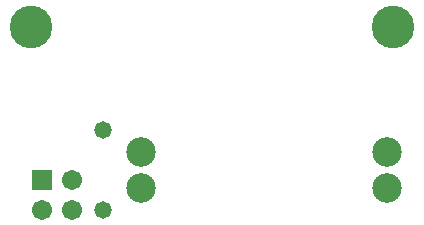
<source format=gbs>
G04*
G04 #@! TF.GenerationSoftware,Altium Limited,Altium Designer,18.1.7 (191)*
G04*
G04 Layer_Color=16711935*
%FSLAX25Y25*%
%MOIN*%
G70*
G01*
G75*
%ADD21C,0.09855*%
%ADD22R,0.06706X0.06706*%
%ADD23C,0.06706*%
%ADD24C,0.14186*%
%ADD25C,0.05800*%
D21*
X362445Y361094D02*
D03*
Y373299D02*
D03*
X280555D02*
D03*
Y361094D02*
D03*
D22*
X247500Y364000D02*
D03*
D23*
X257500D02*
D03*
X247500Y354000D02*
D03*
X257500D02*
D03*
D24*
X364500Y415000D02*
D03*
X244000D02*
D03*
D25*
X268000Y380500D02*
D03*
Y354000D02*
D03*
M02*

</source>
